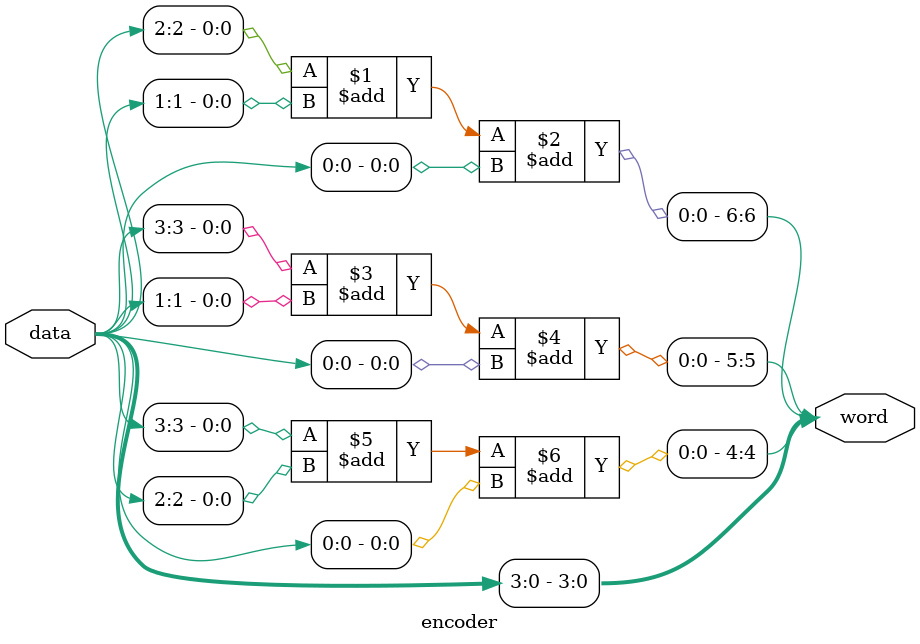
<source format=v>
module encoder( word,data);

	input [3:0]data;
	output [6:0] word;
 
	assign 	 word[6] = data[2] + data[1] + data[0];
 	assign	 word[5] = data[3] + data[1] + data[0];
	assign	 word[4] = data[3] + data[2] + data[0];
	assign	 word[3] = data[3];
	assign	 word[2] = data[2];
	assign	 word[1] = data[1];
	assign	 word[0] = data[0];

endmodule

</source>
